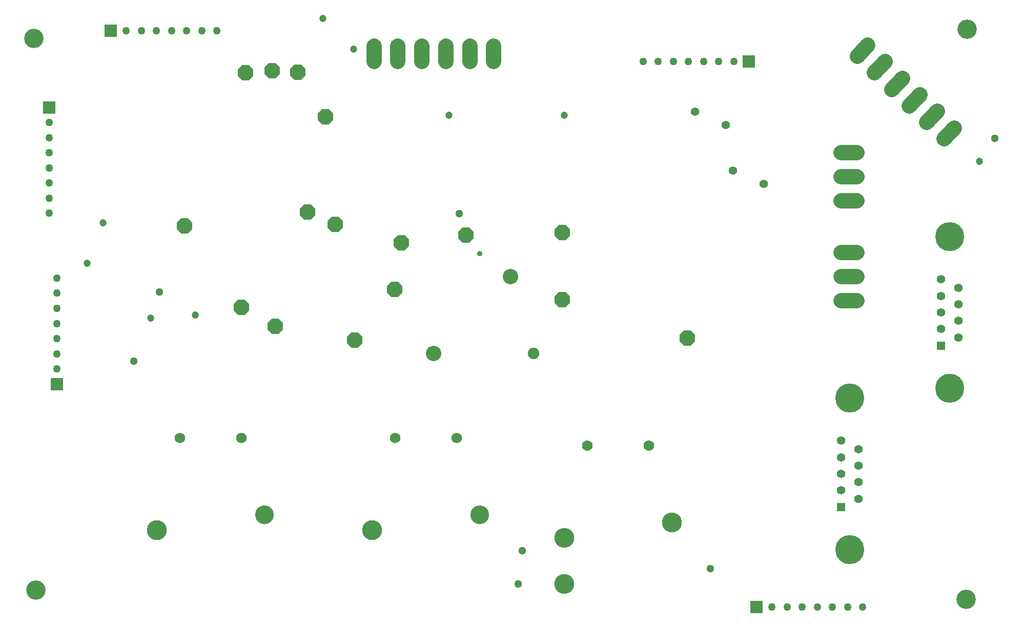
<source format=gbr>
G04 EAGLE Gerber RS-274X export*
G75*
%MOMM*%
%FSLAX34Y34*%
%LPD*%
%INSoldermask Bottom*%
%IPPOS*%
%AMOC8*
5,1,8,0,0,1.08239X$1,22.5*%
G01*
%ADD10C,2.550000*%
%ADD11C,1.397000*%
%ADD12C,3.200000*%
%ADD13C,3.290000*%
%ADD14C,1.770000*%
%ADD15P,2.763017X8X22.500000*%
%ADD16R,1.400000X1.400000*%
%ADD17C,1.400000*%
%ADD18C,4.800000*%
%ADD19C,1.755000*%
%ADD20C,3.090000*%
%ADD21C,3.300000*%
%ADD22R,2.032000X2.032000*%
%ADD23C,1.270000*%
%ADD24C,1.300000*%
%ADD25C,1.905000*%
%ADD26C,0.900000*%
%ADD27C,2.540000*%
%ADD28C,1.200000*%


D10*
X1422450Y544600D02*
X1396950Y544600D01*
X1396950Y584200D02*
X1422450Y584200D01*
X1422450Y623800D02*
X1396950Y623800D01*
X822900Y939750D02*
X822900Y965250D01*
X783300Y965250D02*
X783300Y939750D01*
X743700Y939750D02*
X743700Y965250D01*
X704100Y965250D02*
X704100Y939750D01*
X664500Y939750D02*
X664500Y965250D01*
X624900Y965250D02*
X624900Y939750D01*
D11*
X1268730Y737030D03*
X1217930Y759030D03*
X1155700Y856820D03*
X1206500Y834820D03*
D12*
X63500Y977900D03*
X66802Y66040D03*
X1604772Y992759D03*
X1602994Y50356D03*
D13*
X1117600Y177800D03*
X939800Y152400D03*
X939800Y76200D03*
D14*
X1079500Y304800D03*
X977900Y304800D03*
D10*
X1396950Y709700D02*
X1422450Y709700D01*
X1422450Y749300D02*
X1396950Y749300D01*
X1396950Y788900D02*
X1422450Y788900D01*
X1566445Y811385D02*
X1584062Y829820D01*
X1555433Y857179D02*
X1537815Y838744D01*
X1509186Y866103D02*
X1526803Y884538D01*
X1498174Y911897D02*
X1480557Y893462D01*
X1451927Y920821D02*
X1469545Y939256D01*
X1440915Y966615D02*
X1423298Y948180D01*
D15*
X412750Y920750D03*
X312420Y668020D03*
X462280Y501650D03*
X457200Y924560D03*
D16*
X1562100Y469900D03*
D17*
X1562100Y497300D03*
X1562100Y524700D03*
X1562100Y552100D03*
X1562100Y579500D03*
X1590500Y483600D03*
X1590500Y511000D03*
X1590500Y538400D03*
X1590500Y565800D03*
D18*
X1576300Y399750D03*
X1576300Y649650D03*
D16*
X1397000Y203200D03*
D17*
X1397000Y230600D03*
X1397000Y258000D03*
X1397000Y285400D03*
X1397000Y312800D03*
X1425400Y216900D03*
X1425400Y244300D03*
X1425400Y271700D03*
X1425400Y299100D03*
D18*
X1411200Y133050D03*
X1411200Y382950D03*
D15*
X670560Y640080D03*
X515620Y690880D03*
X406400Y533400D03*
X935990Y546100D03*
X935990Y656590D03*
X561340Y670560D03*
X1143000Y482600D03*
X659130Y562610D03*
X499110Y922020D03*
X593090Y478790D03*
X544830Y848360D03*
X777240Y652780D03*
D19*
X304800Y317500D03*
X406400Y317500D03*
D20*
X444500Y190500D03*
D21*
X266700Y165100D03*
D19*
X660400Y317500D03*
X762000Y317500D03*
D20*
X800100Y190500D03*
D21*
X622300Y165100D03*
D22*
X190500Y990600D03*
D23*
X215392Y990600D03*
X240538Y990600D03*
X265430Y990600D03*
X290576Y990600D03*
X315468Y990600D03*
X340614Y990600D03*
X365506Y990600D03*
D22*
X101600Y406400D03*
D23*
X101600Y431292D03*
X101600Y456438D03*
X101600Y481330D03*
X101600Y506476D03*
X101600Y531368D03*
X101600Y556514D03*
X101600Y581406D03*
D22*
X1257300Y38100D03*
D23*
X1282192Y38100D03*
X1307338Y38100D03*
X1332230Y38100D03*
X1357376Y38100D03*
X1382268Y38100D03*
X1407414Y38100D03*
X1432306Y38100D03*
D22*
X1244600Y939800D03*
D23*
X1219708Y939800D03*
X1194562Y939800D03*
X1169670Y939800D03*
X1144524Y939800D03*
X1119632Y939800D03*
X1094486Y939800D03*
X1069594Y939800D03*
D22*
X88900Y863600D03*
D23*
X88900Y838708D03*
X88900Y813562D03*
X88900Y788670D03*
X88900Y763524D03*
X88900Y738632D03*
X88900Y713486D03*
X88900Y688594D03*
D24*
X765810Y688340D03*
D25*
X889000Y457200D03*
D26*
X800100Y622300D03*
D27*
X723900Y457200D03*
D28*
X256540Y515620D03*
X330200Y520700D03*
D24*
X1181100Y101600D03*
X869950Y130810D03*
X228600Y444500D03*
X270510Y558800D03*
D28*
X151130Y605790D03*
X177800Y673100D03*
X749300Y850900D03*
X939800Y850900D03*
X591820Y960120D03*
X541020Y1010920D03*
D27*
X850900Y584200D03*
D28*
X1625600Y774700D03*
D24*
X1651000Y812800D03*
X863600Y76200D03*
M02*

</source>
